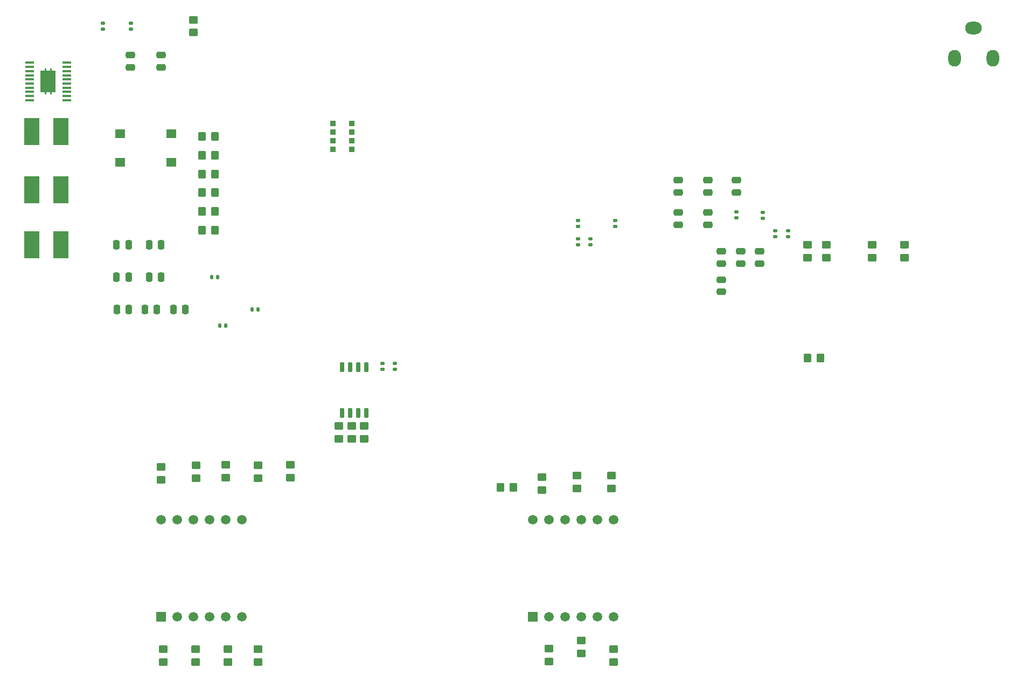
<source format=gbr>
%TF.GenerationSoftware,KiCad,Pcbnew,7.0.2*%
%TF.CreationDate,2023-07-10T01:25:34+02:00*%
%TF.ProjectId,FPGA_V2,46504741-5f56-4322-9e6b-696361645f70,rev?*%
%TF.SameCoordinates,Original*%
%TF.FileFunction,Soldermask,Bot*%
%TF.FilePolarity,Negative*%
%FSLAX46Y46*%
G04 Gerber Fmt 4.6, Leading zero omitted, Abs format (unit mm)*
G04 Created by KiCad (PCBNEW 7.0.2) date 2023-07-10 01:25:34*
%MOMM*%
%LPD*%
G01*
G04 APERTURE LIST*
G04 Aperture macros list*
%AMRoundRect*
0 Rectangle with rounded corners*
0 $1 Rounding radius*
0 $2 $3 $4 $5 $6 $7 $8 $9 X,Y pos of 4 corners*
0 Add a 4 corners polygon primitive as box body*
4,1,4,$2,$3,$4,$5,$6,$7,$8,$9,$2,$3,0*
0 Add four circle primitives for the rounded corners*
1,1,$1+$1,$2,$3*
1,1,$1+$1,$4,$5*
1,1,$1+$1,$6,$7*
1,1,$1+$1,$8,$9*
0 Add four rect primitives between the rounded corners*
20,1,$1+$1,$2,$3,$4,$5,0*
20,1,$1+$1,$4,$5,$6,$7,0*
20,1,$1+$1,$6,$7,$8,$9,0*
20,1,$1+$1,$8,$9,$2,$3,0*%
G04 Aperture macros list end*
%ADD10R,1.500000X1.500000*%
%ADD11C,1.500000*%
%ADD12O,2.000000X2.600000*%
%ADD13O,2.600000X2.000000*%
%ADD14RoundRect,0.250000X0.475000X-0.250000X0.475000X0.250000X-0.475000X0.250000X-0.475000X-0.250000X0*%
%ADD15RoundRect,0.250000X0.250000X0.475000X-0.250000X0.475000X-0.250000X-0.475000X0.250000X-0.475000X0*%
%ADD16R,0.900000X0.900000*%
%ADD17RoundRect,0.250000X0.350000X0.450000X-0.350000X0.450000X-0.350000X-0.450000X0.350000X-0.450000X0*%
%ADD18RoundRect,0.250000X-0.450000X0.350000X-0.450000X-0.350000X0.450000X-0.350000X0.450000X0.350000X0*%
%ADD19RoundRect,0.140000X-0.170000X0.140000X-0.170000X-0.140000X0.170000X-0.140000X0.170000X0.140000X0*%
%ADD20RoundRect,0.250000X-0.475000X0.250000X-0.475000X-0.250000X0.475000X-0.250000X0.475000X0.250000X0*%
%ADD21RoundRect,0.250000X0.450000X-0.350000X0.450000X0.350000X-0.450000X0.350000X-0.450000X-0.350000X0*%
%ADD22RoundRect,0.150000X-0.150000X0.650000X-0.150000X-0.650000X0.150000X-0.650000X0.150000X0.650000X0*%
%ADD23RoundRect,0.140000X0.170000X-0.140000X0.170000X0.140000X-0.170000X0.140000X-0.170000X-0.140000X0*%
%ADD24RoundRect,0.140000X-0.140000X-0.170000X0.140000X-0.170000X0.140000X0.170000X-0.140000X0.170000X0*%
%ADD25R,1.461999X0.354800*%
%ADD26R,2.400000X3.400001*%
%ADD27R,2.400000X4.200000*%
%ADD28R,1.600000X1.400000*%
G04 APERTURE END LIST*
%TO.C,U1*%
G36*
X23435000Y-32215000D02*
G01*
X23135000Y-32215000D01*
X23135000Y-31915000D01*
X23435000Y-31915000D01*
X23435000Y-32215000D01*
G37*
G36*
X23435000Y-28515000D02*
G01*
X23135000Y-28515000D01*
X23135000Y-28215000D01*
X23435000Y-28215000D01*
X23435000Y-28515000D01*
G37*
G36*
X22585000Y-32215000D02*
G01*
X22285000Y-32215000D01*
X22285000Y-31915000D01*
X22585000Y-31915000D01*
X22585000Y-32215000D01*
G37*
G36*
X22585000Y-28515000D02*
G01*
X22285000Y-28515000D01*
X22285000Y-28215000D01*
X22585000Y-28215000D01*
X22585000Y-28515000D01*
G37*
%TD*%
D10*
%TO.C,U5*%
X99060000Y-114300000D03*
D11*
X101600000Y-114300000D03*
X104140000Y-114300000D03*
X106680000Y-114300000D03*
X109220000Y-114300000D03*
X111760000Y-114300000D03*
X111760000Y-99060000D03*
X109220000Y-99060000D03*
X106680000Y-99060000D03*
X104140000Y-99060000D03*
X101600000Y-99060000D03*
X99060000Y-99060000D03*
%TD*%
D12*
%TO.C,J1*%
X165300000Y-26570000D03*
X171300000Y-26570000D03*
D13*
X168300000Y-21870000D03*
%TD*%
D10*
%TO.C,U4*%
X40640000Y-114300000D03*
D11*
X43180000Y-114300000D03*
X45720000Y-114300000D03*
X48260000Y-114300000D03*
X50800000Y-114300000D03*
X53340000Y-114300000D03*
X53340000Y-99060000D03*
X50800000Y-99060000D03*
X48260000Y-99060000D03*
X45720000Y-99060000D03*
X43180000Y-99060000D03*
X40640000Y-99060000D03*
%TD*%
D14*
%TO.C,C17*%
X126530000Y-47620000D03*
X126530000Y-45720000D03*
%TD*%
D15*
%TO.C,C24*%
X35520000Y-55880000D03*
X33620000Y-55880000D03*
%TD*%
D16*
%TO.C,RN1*%
X70580000Y-36850000D03*
X70580000Y-38190000D03*
X70580000Y-39510000D03*
X70580000Y-40850000D03*
X67580000Y-40850000D03*
X67580000Y-39510000D03*
X67580000Y-38190000D03*
X67580000Y-36850000D03*
%TD*%
D17*
%TO.C,R33*%
X144240000Y-73660000D03*
X142240000Y-73660000D03*
%TD*%
D14*
%TO.C,C10*%
X126530000Y-52700000D03*
X126530000Y-50800000D03*
%TD*%
D18*
%TO.C,R28*%
X70570000Y-84347600D03*
X70570000Y-86347600D03*
%TD*%
D19*
%TO.C,C36*%
X77370000Y-74497600D03*
X77370000Y-75457600D03*
%TD*%
D18*
%TO.C,R75*%
X106680000Y-118035000D03*
X106680000Y-120035000D03*
%TD*%
D20*
%TO.C,C4*%
X131670000Y-56920000D03*
X131670000Y-58820000D03*
%TD*%
D14*
%TO.C,C16*%
X130992900Y-47614400D03*
X130992900Y-45714400D03*
%TD*%
D21*
%TO.C,R77*%
X105966900Y-94099600D03*
X105966900Y-92099600D03*
%TD*%
D18*
%TO.C,R81*%
X152400000Y-55880000D03*
X152400000Y-57880000D03*
%TD*%
%TO.C,R78*%
X142240000Y-55880000D03*
X142240000Y-57880000D03*
%TD*%
D17*
%TO.C,R6*%
X49070000Y-50640000D03*
X47070000Y-50640000D03*
%TD*%
D21*
%TO.C,R76*%
X40640000Y-92785000D03*
X40640000Y-90785000D03*
%TD*%
D15*
%TO.C,C21*%
X40640000Y-60960000D03*
X38740000Y-60960000D03*
%TD*%
%TO.C,C27*%
X35560000Y-66040000D03*
X33660000Y-66040000D03*
%TD*%
D14*
%TO.C,C11*%
X121920000Y-52700000D03*
X121920000Y-50800000D03*
%TD*%
D18*
%TO.C,R73*%
X55880000Y-119375400D03*
X55880000Y-121375400D03*
%TD*%
D22*
%TO.C,U3*%
X69095000Y-75117600D03*
X70365000Y-75117600D03*
X71635000Y-75117600D03*
X72905000Y-75117600D03*
X72905000Y-82317600D03*
X71635000Y-82317600D03*
X70365000Y-82317600D03*
X69095000Y-82317600D03*
%TD*%
D18*
%TO.C,R74*%
X111760000Y-119380000D03*
X111760000Y-121380000D03*
%TD*%
D19*
%TO.C,C1*%
X135190000Y-50800000D03*
X135190000Y-51760000D03*
%TD*%
D21*
%TO.C,R70*%
X51087800Y-121380000D03*
X51087800Y-119380000D03*
%TD*%
D17*
%TO.C,R5*%
X49070000Y-47690000D03*
X47070000Y-47690000D03*
%TD*%
D21*
%TO.C,R69*%
X60960000Y-92440000D03*
X60960000Y-90440000D03*
%TD*%
%TO.C,R67*%
X46125000Y-92535400D03*
X46125000Y-90535400D03*
%TD*%
D23*
%TO.C,C31*%
X106100000Y-53016200D03*
X106100000Y-52056200D03*
%TD*%
D18*
%TO.C,R34*%
X101600000Y-119292500D03*
X101600000Y-121292500D03*
%TD*%
D17*
%TO.C,R7*%
X49070000Y-53590000D03*
X47070000Y-53590000D03*
%TD*%
D23*
%TO.C,C12*%
X31441500Y-21989100D03*
X31441500Y-21029100D03*
%TD*%
D19*
%TO.C,C35*%
X75400000Y-74497600D03*
X75400000Y-75457600D03*
%TD*%
D24*
%TO.C,C13*%
X48530000Y-60960000D03*
X49490000Y-60960000D03*
%TD*%
D20*
%TO.C,C5*%
X134680000Y-56920000D03*
X134680000Y-58820000D03*
%TD*%
D14*
%TO.C,C18*%
X121920000Y-47620000D03*
X121920000Y-45720000D03*
%TD*%
D15*
%TO.C,C23*%
X39970000Y-66040000D03*
X38070000Y-66040000D03*
%TD*%
D18*
%TO.C,R71*%
X46007800Y-119380000D03*
X46007800Y-121380000D03*
%TD*%
D24*
%TO.C,C14*%
X54920000Y-66040000D03*
X55880000Y-66040000D03*
%TD*%
D18*
%TO.C,R29*%
X72560000Y-84347600D03*
X72560000Y-86347600D03*
%TD*%
D21*
%TO.C,R64*%
X100463000Y-94355500D03*
X100463000Y-92355500D03*
%TD*%
D19*
%TO.C,C30*%
X139130000Y-53670000D03*
X139130000Y-54630000D03*
%TD*%
%TO.C,C3*%
X131008400Y-50689200D03*
X131008400Y-51649200D03*
%TD*%
D20*
%TO.C,C8*%
X40640000Y-26104900D03*
X40640000Y-28004900D03*
%TD*%
D21*
%TO.C,R68*%
X50800000Y-92440000D03*
X50800000Y-90440000D03*
%TD*%
D19*
%TO.C,C29*%
X137160000Y-53670000D03*
X137160000Y-54630000D03*
%TD*%
D18*
%TO.C,R80*%
X157480000Y-55880000D03*
X157480000Y-57880000D03*
%TD*%
D23*
%TO.C,C22*%
X108070000Y-55886200D03*
X108070000Y-54926200D03*
%TD*%
D18*
%TO.C,R66*%
X40927800Y-119380000D03*
X40927800Y-121380000D03*
%TD*%
D20*
%TO.C,C7*%
X35780000Y-26104900D03*
X35780000Y-28004900D03*
%TD*%
%TO.C,C6*%
X128660000Y-61370000D03*
X128660000Y-63270000D03*
%TD*%
D17*
%TO.C,R3*%
X49070000Y-41790000D03*
X47070000Y-41790000D03*
%TD*%
D25*
%TO.C,U1*%
X25781000Y-27289949D03*
X25781000Y-27939960D03*
X25781000Y-28589972D03*
X25781000Y-29239983D03*
X25781000Y-29889994D03*
X25781000Y-30540006D03*
X25781000Y-31190017D03*
X25781000Y-31840028D03*
X25781000Y-32490040D03*
X25781000Y-33140051D03*
X19939000Y-33140051D03*
X19939000Y-32490040D03*
X19939000Y-31840028D03*
X19939000Y-31190017D03*
X19939000Y-30540006D03*
X19939000Y-29889994D03*
X19939000Y-29239983D03*
X19939000Y-28589972D03*
X19939000Y-27939960D03*
X19939000Y-27289949D03*
D26*
X22860000Y-30215000D03*
%TD*%
D17*
%TO.C,R2*%
X49070000Y-38840000D03*
X47070000Y-38840000D03*
%TD*%
%TO.C,R63*%
X95980000Y-93980000D03*
X93980000Y-93980000D03*
%TD*%
D15*
%TO.C,C25*%
X35520000Y-60960000D03*
X33620000Y-60960000D03*
%TD*%
D17*
%TO.C,R4*%
X49070000Y-44740000D03*
X47070000Y-44740000D03*
%TD*%
D18*
%TO.C,R27*%
X68580000Y-84347600D03*
X68580000Y-86347600D03*
%TD*%
D27*
%TO.C,L2*%
X24820000Y-47190000D03*
X20320000Y-47190000D03*
%TD*%
D18*
%TO.C,R79*%
X145190000Y-55880000D03*
X145190000Y-57880000D03*
%TD*%
D24*
%TO.C,C15*%
X49840000Y-68580000D03*
X50800000Y-68580000D03*
%TD*%
D21*
%TO.C,R72*%
X55880000Y-92508300D03*
X55880000Y-90508300D03*
%TD*%
D23*
%TO.C,C26*%
X106100000Y-55886200D03*
X106100000Y-54926200D03*
%TD*%
D15*
%TO.C,C19*%
X44420000Y-66040000D03*
X42520000Y-66040000D03*
%TD*%
D27*
%TO.C,L1*%
X24820000Y-38100000D03*
X20320000Y-38100000D03*
%TD*%
D20*
%TO.C,C2*%
X128660000Y-56920000D03*
X128660000Y-58820000D03*
%TD*%
D21*
%TO.C,R1*%
X45720000Y-22534900D03*
X45720000Y-20534900D03*
%TD*%
D28*
%TO.C,S1*%
X42175000Y-38390000D03*
X34175000Y-38390000D03*
X34175000Y-42890000D03*
X42175000Y-42890000D03*
%TD*%
D15*
%TO.C,C20*%
X40640000Y-55880000D03*
X38740000Y-55880000D03*
%TD*%
D27*
%TO.C,L3*%
X24820000Y-55880000D03*
X20320000Y-55880000D03*
%TD*%
D21*
%TO.C,R65*%
X111397400Y-94118800D03*
X111397400Y-92118800D03*
%TD*%
D19*
%TO.C,C9*%
X35860000Y-21034900D03*
X35860000Y-21994900D03*
%TD*%
D23*
%TO.C,C28*%
X112010000Y-53016200D03*
X112010000Y-52056200D03*
%TD*%
M02*

</source>
